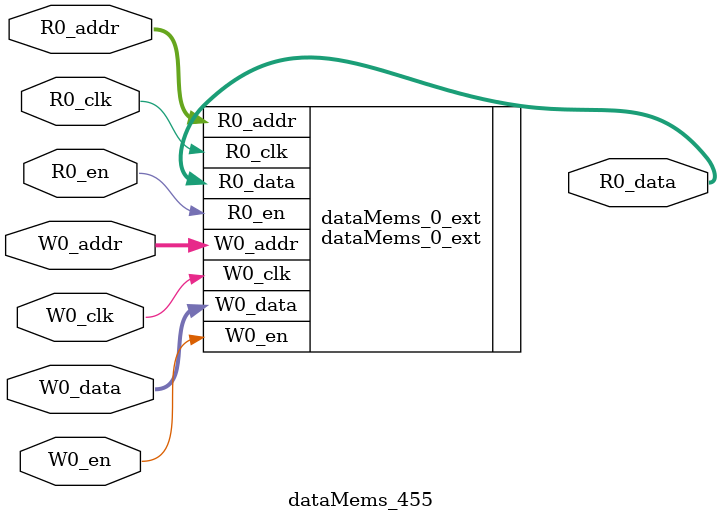
<source format=sv>
`ifndef RANDOMIZE
  `ifdef RANDOMIZE_REG_INIT
    `define RANDOMIZE
  `endif // RANDOMIZE_REG_INIT
`endif // not def RANDOMIZE
`ifndef RANDOMIZE
  `ifdef RANDOMIZE_MEM_INIT
    `define RANDOMIZE
  `endif // RANDOMIZE_MEM_INIT
`endif // not def RANDOMIZE

`ifndef RANDOM
  `define RANDOM $random
`endif // not def RANDOM

// Users can define 'PRINTF_COND' to add an extra gate to prints.
`ifndef PRINTF_COND_
  `ifdef PRINTF_COND
    `define PRINTF_COND_ (`PRINTF_COND)
  `else  // PRINTF_COND
    `define PRINTF_COND_ 1
  `endif // PRINTF_COND
`endif // not def PRINTF_COND_

// Users can define 'ASSERT_VERBOSE_COND' to add an extra gate to assert error printing.
`ifndef ASSERT_VERBOSE_COND_
  `ifdef ASSERT_VERBOSE_COND
    `define ASSERT_VERBOSE_COND_ (`ASSERT_VERBOSE_COND)
  `else  // ASSERT_VERBOSE_COND
    `define ASSERT_VERBOSE_COND_ 1
  `endif // ASSERT_VERBOSE_COND
`endif // not def ASSERT_VERBOSE_COND_

// Users can define 'STOP_COND' to add an extra gate to stop conditions.
`ifndef STOP_COND_
  `ifdef STOP_COND
    `define STOP_COND_ (`STOP_COND)
  `else  // STOP_COND
    `define STOP_COND_ 1
  `endif // STOP_COND
`endif // not def STOP_COND_

// Users can define INIT_RANDOM as general code that gets injected into the
// initializer block for modules with registers.
`ifndef INIT_RANDOM
  `define INIT_RANDOM
`endif // not def INIT_RANDOM

// If using random initialization, you can also define RANDOMIZE_DELAY to
// customize the delay used, otherwise 0.002 is used.
`ifndef RANDOMIZE_DELAY
  `define RANDOMIZE_DELAY 0.002
`endif // not def RANDOMIZE_DELAY

// Define INIT_RANDOM_PROLOG_ for use in our modules below.
`ifndef INIT_RANDOM_PROLOG_
  `ifdef RANDOMIZE
    `ifdef VERILATOR
      `define INIT_RANDOM_PROLOG_ `INIT_RANDOM
    `else  // VERILATOR
      `define INIT_RANDOM_PROLOG_ `INIT_RANDOM #`RANDOMIZE_DELAY begin end
    `endif // VERILATOR
  `else  // RANDOMIZE
    `define INIT_RANDOM_PROLOG_
  `endif // RANDOMIZE
`endif // not def INIT_RANDOM_PROLOG_

// Include register initializers in init blocks unless synthesis is set
`ifndef SYNTHESIS
  `ifndef ENABLE_INITIAL_REG_
    `define ENABLE_INITIAL_REG_
  `endif // not def ENABLE_INITIAL_REG_
`endif // not def SYNTHESIS

// Include rmemory initializers in init blocks unless synthesis is set
`ifndef SYNTHESIS
  `ifndef ENABLE_INITIAL_MEM_
    `define ENABLE_INITIAL_MEM_
  `endif // not def ENABLE_INITIAL_MEM_
`endif // not def SYNTHESIS

module dataMems_455(	// @[generators/ara/src/main/scala/UnsafeAXI4ToTL.scala:365:62]
  input  [4:0]  R0_addr,
  input         R0_en,
  input         R0_clk,
  output [66:0] R0_data,
  input  [4:0]  W0_addr,
  input         W0_en,
  input         W0_clk,
  input  [66:0] W0_data
);

  dataMems_0_ext dataMems_0_ext (	// @[generators/ara/src/main/scala/UnsafeAXI4ToTL.scala:365:62]
    .R0_addr (R0_addr),
    .R0_en   (R0_en),
    .R0_clk  (R0_clk),
    .R0_data (R0_data),
    .W0_addr (W0_addr),
    .W0_en   (W0_en),
    .W0_clk  (W0_clk),
    .W0_data (W0_data)
  );
endmodule


</source>
